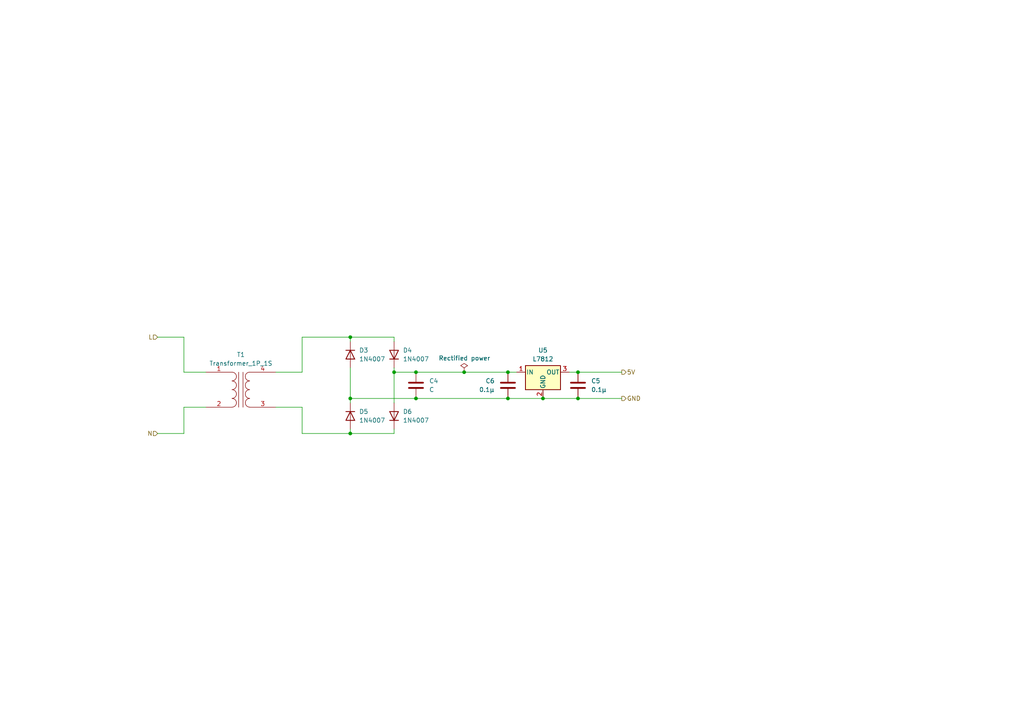
<source format=kicad_sch>
(kicad_sch (version 20250114) (generator "eeschema") (generator_version "9.0")
  (paper "A4")
  (lib_symbols
    (symbol "Device:C" (pin_numbers (hide yes)) (pin_names (offset 0.254))
      (property "Reference" "C" (at 0.635 2.54 0))
      (property "Value" "C" (at 0.635 -2.54 0))
      (symbol "C_0_1"
        (polyline (pts (xy -2.032 0.762) (xy 2.032 0.762)) (stroke (width 0.508)))
        (polyline (pts (xy -2.032 -0.762) (xy 2.032 -0.762)) (stroke (width 0.508)))
      )
      (symbol "C_1_1"
        (pin passive line (at 0 3.81 270) (length 2.794) (name "~") (number "1"))
        (pin passive line (at 0 -3.81 90) (length 2.794) (name "~") (number "2"))
      )
    )
    (symbol "Device:Transformer_1P_1S" (pin_names (offset 1.016) (hide yes))
      (property "Reference" "T" (at 0 6.35 0))
      (property "Value" "Transformer_1P_1S" (at 0 -7.62 0))
      (symbol "Transformer_1P_1S_0_1"
        (arc (start -1.27 3.81) (mid -1.656 2.9336) (end -2.54 2.5654))
        (arc (start -1.27 1.27) (mid -1.656 0.3936) (end -2.54 0.0254))
        (arc (start -1.27 -1.27) (mid -1.656 -2.1464) (end -2.54 -2.5146))
        (arc (start -1.27 -3.81) (mid -1.656 -4.6864) (end -2.54 -5.0546))
        (arc (start -2.54 5.08) (mid -1.642 4.708) (end -1.27 3.81))
        (arc (start -2.54 2.54) (mid -1.642 2.168) (end -1.27 1.27))
        (arc (start -2.54 0) (mid -1.642 -0.372) (end -1.27 -1.27))
        (arc (start -2.54 -2.54) (mid -1.642 -2.912) (end -1.27 -3.81))
        (polyline (pts (xy -0.635 5.08) (xy -0.635 -5.08)))
        (polyline (pts (xy 0.635 -5.08) (xy 0.635 5.08)))
        (arc (start 1.2954 3.81) (mid 1.6457 4.7117) (end 2.54 5.08))
        (arc (start 1.2954 1.27) (mid 1.6457 2.1717) (end 2.54 2.54))
        (arc (start 1.2954 -1.27) (mid 1.6457 -0.3683) (end 2.54 0))
        (arc (start 2.54 2.5654) (mid 1.6599 2.9299) (end 1.2954 3.81))
        (arc (start 2.54 0.0254) (mid 1.6599 0.3899) (end 1.2954 1.27))
        (arc (start 2.54 -2.5146) (mid 1.6599 -2.1501) (end 1.2954 -1.27))
        (arc (start 1.3208 -3.81) (mid 1.6711 -2.9085) (end 2.5654 -2.54))
        (arc (start 2.5654 -5.0546) (mid 1.6851 -4.6902) (end 1.3208 -3.81))
      )
      (symbol "Transformer_1P_1S_1_1"
        (pin passive line (at -10.16 5.08 0) (length 7.62) (name "AA") (number "1"))
        (pin passive line (at -10.16 -5.08 0) (length 7.62) (name "AB") (number "2"))
        (pin passive line (at 10.16 5.08 180) (length 7.62) (name "SB") (number "4"))
        (pin passive line (at 10.16 -5.08 180) (length 7.62) (name "SA") (number "3"))
      )
    )
    (symbol "Diode:1N4007" (pin_numbers (hide yes)) (pin_names (hide yes))
      (property "Reference" "D" (at 0 2.54 0))
      (property "Value" "1N4007" (at 0 -2.54 0))
      (symbol "1N4007_0_1"
        (polyline (pts (xy -1.27 1.27) (xy -1.27 -1.27)) (stroke (width 0.254)))
        (polyline (pts (xy 1.27 1.27) (xy 1.27 -1.27) (xy -1.27 0) (xy 1.27 1.27)) (stroke (width 0.254)))
        (polyline (pts (xy 1.27 0) (xy -1.27 0)))
      )
      (symbol "1N4007_1_1"
        (pin passive line (at -3.81 0 0) (length 2.54) (name "K") (number "1"))
        (pin passive line (at 3.81 0 180) (length 2.54) (name "A") (number "2"))
      )
    )
    (symbol "Regulator_Linear:L7812" (pin_names (offset 0.254))
      (property "Reference" "U" (at -3.81 3.175 0))
      (property "Value" "L7812" (at 0 3.175 0))
      (symbol "L7812_0_1"
        (rectangle (start -5.08 1.905) (end 5.08 -5.08) (stroke (width 0.254)) (fill (type background)))
      )
      (symbol "L7812_1_1"
        (pin power_in line (at -7.62 0 0) (length 2.54) (name "IN") (number "1"))
        (pin power_in line (at 0 -7.62 90) (length 2.54) (name "GND") (number "2"))
        (pin power_out line (at 7.62 0 180) (length 2.54) (name "OUT") (number "3"))
      )
    )
    (symbol "power:PWR_FLAG" (power) (pin_numbers (hide yes)) (pin_names (offset 0) (hide yes))
      (property "Value" "PWR_FLAG" (at 0 3.81 0))
      (symbol "PWR_FLAG_0_0"
        (pin power_out line (at 0 0 90) (length 0) (name "~") (number "1"))
      )
      (symbol "PWR_FLAG_0_1"
        (polyline (pts (xy 0 0) (xy 0 1.27) (xy -1.016 1.905) (xy 0 2.54) (xy 1.016 1.905) (xy 0 1.27)))
      )
    )
  )
  (junction (at 167.64 115.57))
  (junction (at 147.32 115.57))
  (junction (at 101.6 115.57))
  (junction (at 101.6 97.79))
  (junction (at 120.65 115.57))
  (junction (at 134.62 107.95))
  (junction (at 167.64 107.95))
  (junction (at 120.65 107.95))
  (junction (at 147.32 107.95))
  (junction (at 114.3 107.95))
  (junction (at 157.48 115.57))
  (junction (at 101.6 125.73))
  (wire (pts (xy 80.01 107.95) (xy 87.63 107.95)))
  (wire (pts (xy 157.48 115.57) (xy 167.64 115.57)))
  (wire (pts (xy 45.72 97.79) (xy 53.34 97.79)))
  (wire (pts (xy 134.62 107.95) (xy 147.32 107.95)))
  (wire (pts (xy 167.64 107.95) (xy 180.34 107.95)))
  (wire (pts (xy 101.6 115.57) (xy 101.6 116.84)))
  (wire (pts (xy 101.6 106.68) (xy 101.6 115.57)))
  (wire (pts (xy 165.1 107.95) (xy 167.64 107.95)))
  (wire (pts (xy 53.34 118.11) (xy 59.69 118.11)))
  (wire (pts (xy 87.63 107.95) (xy 87.63 97.79)))
  (wire (pts (xy 101.6 99.06) (xy 101.6 97.79)))
  (wire (pts (xy 114.3 106.68) (xy 114.3 107.95)))
  (wire (pts (xy 114.3 97.79) (xy 114.3 99.06)))
  (wire (pts (xy 80.01 118.11) (xy 87.63 118.11)))
  (wire (pts (xy 167.64 115.57) (xy 180.34 115.57)))
  (wire (pts (xy 147.32 115.57) (xy 157.48 115.57)))
  (wire (pts (xy 101.6 125.73) (xy 114.3 125.73)))
  (wire (pts (xy 101.6 97.79) (xy 114.3 97.79)))
  (wire (pts (xy 114.3 107.95) (xy 114.3 116.84)))
  (wire (pts (xy 101.6 115.57) (xy 120.65 115.57)))
  (wire (pts (xy 120.65 107.95) (xy 134.62 107.95)))
  (wire (pts (xy 101.6 124.46) (xy 101.6 125.73)))
  (wire (pts (xy 114.3 107.95) (xy 120.65 107.95)))
  (wire (pts (xy 87.63 118.11) (xy 87.63 125.73)))
  (wire (pts (xy 53.34 97.79) (xy 53.34 107.95)))
  (wire (pts (xy 53.34 107.95) (xy 59.69 107.95)))
  (wire (pts (xy 114.3 125.73) (xy 114.3 124.46)))
  (wire (pts (xy 53.34 125.73) (xy 53.34 118.11)))
  (wire (pts (xy 87.63 125.73) (xy 101.6 125.73)))
  (wire (pts (xy 87.63 97.79) (xy 101.6 97.79)))
  (wire (pts (xy 147.32 107.95) (xy 149.86 107.95)))
  (wire (pts (xy 120.65 115.57) (xy 147.32 115.57)))
  (wire (pts (xy 45.72 125.73) (xy 53.34 125.73)))
  (hierarchical_label "5V" (shape output) (at 180.34 107.95 0))
  (hierarchical_label "GND" (shape output) (at 180.34 115.57 0))
  (hierarchical_label "N" (shape input) (at 45.72 125.73 180))
  (hierarchical_label "L" (shape input) (at 45.72 97.79 180))
  (symbol (lib_id "Device:C") (at 120.65 111.76 0) (unit 1)
    (property "Reference" "C4" (at 124.46 110.4899 0) (effects (justify left)))
    (property "Value" "C" (at 124.46 113.0299 0) (effects (justify left)))
    (property "Description" "Unpolarized capacitor" (effects (hide yes)))
  )
  (symbol (lib_id "Device:C") (at 167.64 111.76 0) (unit 1)
    (property "Reference" "C5" (at 171.45 110.4899 0) (effects (justify left)))
    (property "Value" "0.1µ" (at 171.45 113.0299 0) (effects (justify left)))
    (property "Description" "Unpolarized capacitor" (effects (hide yes)))
  )
  (symbol (lib_id "Device:C") (at 147.32 111.76 0) (mirror y) (unit 1)
    (property "Reference" "C6" (at 143.51 110.4899 0) (effects (justify left)))
    (property "Value" "0.1µ" (at 143.51 113.0299 0) (effects (justify left)))
    (property "Description" "Unpolarized capacitor" (effects (hide yes)))
  )
  (symbol (lib_id "Diode:1N4007") (at 114.3 120.65 90) (unit 1)
    (property "Reference" "D6" (at 116.84 119.3799 90) (effects (justify right)))
    (property "Value" "1N4007" (at 116.84 121.9199 90) (effects (justify right)))
    (property "Footprint" "Diode_THT:D_DO-41_SOD81_P10.16mm_Horizontal" (effects (hide yes)))
    (property "Datasheet" "http://www.vishay.com/docs/88503/1n4001.pdf" (effects (hide yes)))
    (property "Description" "1000V 1A General Purpose Rectifier Diode, DO-41" (effects (hide yes)))
    (property "Sim.Device" "D" (effects (hide yes)))
    (property "Sim.Pins" "1=K 2=A" (effects (hide yes)))
  )
  (symbol (lib_id "Diode:1N4007") (at 101.6 102.87 270) (unit 1)
    (property "Reference" "D3" (at 104.14 101.5999 90) (effects (justify left)))
    (property "Value" "1N4007" (at 104.14 104.1399 90) (effects (justify left)))
    (property "Footprint" "Diode_THT:D_DO-41_SOD81_P10.16mm_Horizontal" (effects (hide yes)))
    (property "Datasheet" "http://www.vishay.com/docs/88503/1n4001.pdf" (effects (hide yes)))
    (property "Description" "1000V 1A General Purpose Rectifier Diode, DO-41" (effects (hide yes)))
    (property "Sim.Device" "D" (effects (hide yes)))
    (property "Sim.Pins" "1=K 2=A" (effects (hide yes)))
  )
  (symbol (lib_id "power:PWR_FLAG") (at 134.62 107.95 0) (unit 1)
    (property "Reference" "#FLG02" (effects (hide yes)))
    (property "Value" "Rectified power" (at 142.24 103.886 0) (effects (justify right)))
    (property "Description" "Special symbol for telling ERC where power comes from" (effects (hide yes)))
  )
  (symbol (lib_id "Diode:1N4007") (at 101.6 120.65 270) (unit 1)
    (property "Reference" "D5" (at 104.14 119.3799 90) (effects (justify left)))
    (property "Value" "1N4007" (at 104.14 121.9199 90) (effects (justify left)))
    (property "Footprint" "Diode_THT:D_DO-41_SOD81_P10.16mm_Horizontal" (effects (hide yes)))
    (property "Datasheet" "http://www.vishay.com/docs/88503/1n4001.pdf" (effects (hide yes)))
    (property "Description" "1000V 1A General Purpose Rectifier Diode, DO-41" (effects (hide yes)))
    (property "Sim.Device" "D" (effects (hide yes)))
    (property "Sim.Pins" "1=K 2=A" (effects (hide yes)))
  )
  (symbol (lib_id "Regulator_Linear:L7812") (at 157.48 107.95 0) (unit 1)
    (property "Reference" "U5" (at 157.48 101.6 0))
    (property "Value" "L7812" (at 157.48 104.14 0))
    (property "Datasheet" "http://www.st.com/content/ccc/resource/technical/document/datasheet/41/4f/b3/b0/12/d4/47/88/CD00000444.pdf/files/CD00000444.pdf/jcr:content/translations/en.CD00000444.pdf" (effects (hide yes)))
    (property "Description" "Positive 1.5A 35V Linear Regulator, Fixed Output 12V, TO-220/TO-263/TO-252" (effects (hide yes)))
  )
  (symbol (lib_id "Device:Transformer_1P_1S") (at 69.85 113.03 0) (unit 1)
    (property "Reference" "T1" (at 69.8627 102.87 0))
    (property "Value" "Transformer_1P_1S" (at 69.8627 105.41 0))
    (property "Description" "Transformer, single primary, single secondary" (effects (hide yes)))
  )
  (symbol (lib_id "Diode:1N4007") (at 114.3 102.87 90) (unit 1)
    (property "Reference" "D4" (at 116.84 101.5999 90) (effects (justify right)))
    (property "Value" "1N4007" (at 116.84 104.1399 90) (effects (justify right)))
    (property "Footprint" "Diode_THT:D_DO-41_SOD81_P10.16mm_Horizontal" (effects (hide yes)))
    (property "Datasheet" "http://www.vishay.com/docs/88503/1n4001.pdf" (effects (hide yes)))
    (property "Description" "1000V 1A General Purpose Rectifier Diode, DO-41" (effects (hide yes)))
    (property "Sim.Device" "D" (effects (hide yes)))
    (property "Sim.Pins" "1=K 2=A" (effects (hide yes)))
  )
)
</source>
